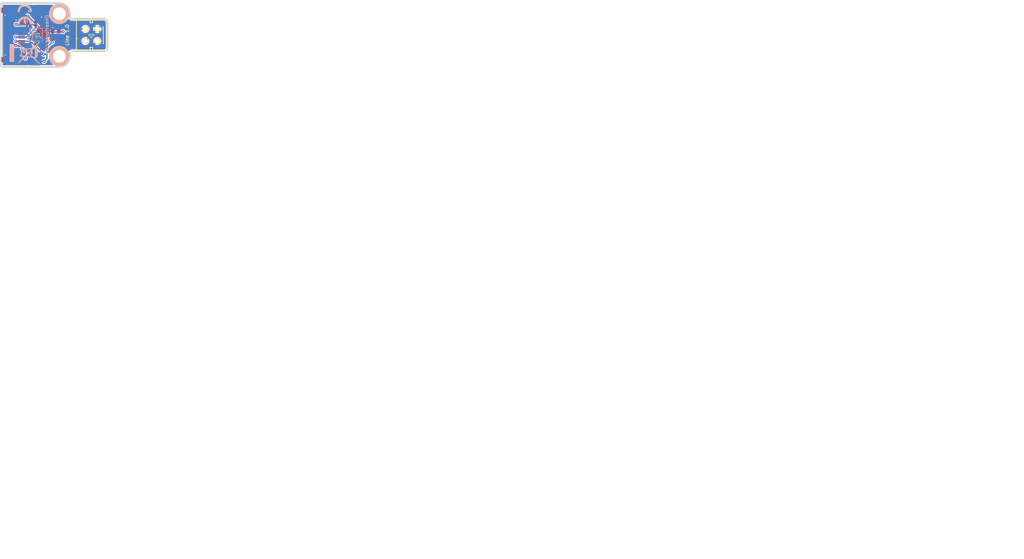
<source format=kicad_pcb>
(kicad_pcb (version 4) (host pcbnew 4.0.2+dfsg1-stable)
  (title_block (title "Line Bricklet") (rev 1.0) (company "Tinkerforge GmbH") (comment 1 "Licensed under CERN OHL v.1.1") (comment 2 "Copyright (©) 2013, B.Nordmeyer <bastian@tinkerforge.com>"))
  (layers (0 Vorderseite signal) (31 Rückseite signal hide) (34 B.Paste user) (35 F.Paste user) (36 B.SilkS user hide) (37 F.SilkS user) (38 B.Mask user) (39 F.Mask user) (44 Edge.Cuts user))
  (net 0 "")
  (net 1 +5V)
  (net 2 GND)
  (net 3 SCL)
  (net 4 SDA)
  (net 5 VCC)
  (net 6 "Net-(P1-Pad6)")
  (net 7 "Net-(P1-Pad7)")
  (net 8 "Net-(P1-Pad8)")
  (net 9 "Net-(P1-Pad9)")
  (net 10 "Net-(P1-Pad10)")
  (net 11 "Net-(Q1-PadD)")
  (net 12 "Net-(R1-Pad2)")
  (net 13 "Net-(RP1-Pad2)")
  (net 14 "Net-(RP1-Pad3)")
  (net 15 "Net-(U1-Pad7)")
  (module Logo_31x31m (layer Rückseite) (at 49.55 43.85 90)
    (fp_text reference G*** hide)
    (fp_text value LOGO hide)
  )
  (module kicad-libraries:WEEE_7mm (layer Rückseite) (at 48.5 46.5 90)
    (fp_text reference VAL hide)
    (fp_text value WEEE_7mm hide)
  )
  (module kicad-libraries:CE_5mm (layer Rückseite) (at 48.5 37.5 270)
    (fp_text reference VAL hide)
    (fp_text value CE_5mm hide)
  )
  (module C0603 (layer Vorderseite) (at 55.05 42.3 90)
    (fp_text reference C1)
    (fp_text value 100nF)
    (pad 1 smd rect (at -0.8001 0 90) (size 0.8001 0.8001) (layers Vorderseite F.Paste F.Mask) (net 5 VCC))
    (pad 2 smd rect (at 0.8001 0 90) (size 0.8001 0.8001) (layers Vorderseite F.Paste F.Mask) (net 2 GND))
  )
  (module CON-SENSOR (layer Vorderseite) (at 43 42.3 270)
    (fp_text reference P1)
    (fp_text value CON-SENSOR)
    (pad 1 smd rect (at -4.50088 -4.7752 270) (size 0.59944 1.5494) (layers Vorderseite F.Paste F.Mask) (net 1 +5V))
    (pad 2 smd rect (at -3.50012 -4.7752 270) (size 0.59944 1.5494) (layers Vorderseite F.Paste F.Mask) (net 2 GND))
    (pad 3 smd rect (at -2.49936 -4.7752 270) (size 0.59944 1.5494) (layers Vorderseite F.Paste F.Mask) (net 5 VCC))
    (pad 4 smd rect (at -1.50114 -4.7752 270) (size 0.59944 1.5494) (layers Vorderseite F.Paste F.Mask) (net 3 SCL))
    (pad 5 smd rect (at -0.50038 -4.7752 270) (size 0.59944 1.5494) (layers Vorderseite F.Paste F.Mask) (net 4 SDA))
    (pad 6 smd rect (at 0.50038 -4.7752 270) (size 0.59944 1.5494) (layers Vorderseite F.Paste F.Mask) (net 6 "Net-(P1-Pad6)"))
    (pad 7 smd rect (at 1.50114 -4.7752 270) (size 0.59944 1.5494) (layers Vorderseite F.Paste F.Mask) (net 7 "Net-(P1-Pad7)"))
    (pad 8 smd rect (at 2.49936 -4.7752 270) (size 0.59944 1.5494) (layers Vorderseite F.Paste F.Mask) (net 8 "Net-(P1-Pad8)"))
    (pad 9 smd rect (at 3.50012 -4.7752 270) (size 0.59944 1.5494) (layers Vorderseite F.Paste F.Mask) (net 9 "Net-(P1-Pad9)"))
    (pad 10 smd rect (at 4.50088 -4.7752 270) (size 0.59944 1.5494) (layers Vorderseite F.Paste F.Mask) (net 10 "Net-(P1-Pad10)"))
    (pad EP smd rect (at -5.79882 -0.89916 270) (size 1.19888 1.80086) (layers Vorderseite F.Paste F.Mask) (net 2 GND))
    (pad EP smd rect (at 5.79882 -0.89916 270) (size 1.19888 1.80086) (layers Vorderseite F.Paste F.Mask) (net 2 GND))
  )
  (module SOT23GDS (layer Vorderseite) (at 51.6 36.85 90)
    (fp_text reference Q1)
    (fp_text value 2N7002P)
    (pad S smd rect (at -0.889 -1.016 90) (size 0.9144 0.9144) (layers Vorderseite F.Paste F.Mask) (net 2 GND))
    (pad G smd rect (at 0.889 -1.016 90) (size 0.9144 0.9144) (layers Vorderseite F.Paste F.Mask) (net 8 "Net-(P1-Pad8)"))
    (pad D smd rect (at 0 1.016 90) (size 0.9144 0.9144) (layers Vorderseite F.Paste F.Mask) (net 11 "Net-(Q1-PadD)"))
  )
  (module R0603 (layer Vorderseite) (at 56.45 42.3 270)
    (fp_text reference R1)
    (fp_text value 100)
    (pad 1 smd rect (at -0.8001 0 270) (size 0.8001 0.8001) (layers Vorderseite F.Paste F.Mask) (net 1 +5V))
    (pad 2 smd rect (at 0.8001 0 270) (size 0.8001 0.8001) (layers Vorderseite F.Paste F.Mask) (net 12 "Net-(R1-Pad2)"))
  )
  (module 0603X4 (layer Vorderseite) (at 50.85 47.65)
    (fp_text reference RP1)
    (fp_text value 10k)
    (pad 1 smd rect (at 1.19888 -0.8509) (size 0.44958 0.89916) (layers Vorderseite F.Paste F.Mask) (net 7 "Net-(P1-Pad7)"))
    (pad 2 smd rect (at 0.39878 -0.8509) (size 0.44958 0.89916) (layers Vorderseite F.Paste F.Mask) (net 13 "Net-(RP1-Pad2)"))
    (pad 3 smd rect (at -0.39878 -0.8509) (size 0.44958 0.89916) (layers Vorderseite F.Paste F.Mask) (net 14 "Net-(RP1-Pad3)"))
    (pad 4 smd rect (at -1.19888 -0.8509) (size 0.44958 0.89916) (layers Vorderseite F.Paste F.Mask) (net 8 "Net-(P1-Pad8)"))
    (pad 5 smd rect (at -1.19888 0.8509) (size 0.44958 0.89916) (layers Vorderseite F.Paste F.Mask) (net 5 VCC))
    (pad 6 smd rect (at -0.39878 0.8509) (size 0.44958 0.89916) (layers Vorderseite F.Paste F.Mask) (net 5 VCC))
    (pad 7 smd rect (at 0.39878 0.8509) (size 0.44958 0.89916) (layers Vorderseite F.Paste F.Mask) (net 5 VCC))
    (pad 8 smd rect (at 1.19888 0.8509) (size 0.44958 0.89916) (layers Vorderseite F.Paste F.Mask) (net 5 VCC))
  )
  (module SOIC8 (layer Vorderseite) (at 51.7 42.3 180)
    (fp_text reference U1)
    (fp_text value M24C64)
    (pad 1 smd rect (at -1.90246 2.69748) (size 0.59944 1.5494) (layers Vorderseite F.Paste F.Mask) (net 2 GND))
    (pad 2 smd rect (at -0.63246 2.69748) (size 0.59944 1.5494) (layers Vorderseite F.Paste F.Mask) (net 2 GND))
    (pad 3 smd rect (at 0.63246 2.69748) (size 0.59944 1.5494) (layers Vorderseite F.Paste F.Mask) (net 6 "Net-(P1-Pad6)"))
    (pad 4 smd rect (at 1.90246 2.69748) (size 0.59944 1.5494) (layers Vorderseite F.Paste F.Mask) (net 2 GND))
    (pad 5 smd rect (at 1.90246 -2.69748 180) (size 0.59944 1.5494) (layers Vorderseite F.Paste F.Mask) (net 4 SDA))
    (pad 6 smd rect (at 0.63246 -2.69748 180) (size 0.59944 1.5494) (layers Vorderseite F.Paste F.Mask) (net 3 SCL))
    (pad 7 smd rect (at -0.63246 -2.69748 180) (size 0.59944 1.5494) (layers Vorderseite F.Paste F.Mask) (net 15 "Net-(U1-Pad7)"))
    (pad 8 smd rect (at -1.90246 -2.69748 180) (size 0.59944 1.5494) (layers Vorderseite F.Paste F.Mask) (net 5 VCC))
  )
  (module CNY70 (layer Vorderseite) (at 64.1 42.3)
    (fp_text reference U2 (at 0 0.5) (layer F.SilkS) (effects (font (size 0.3 0.3) (thickness 0.075))))
    (fp_text value CNY70 (at 0 0) (layer F.SilkS) (effects (font (size 0.3 0.3) (thickness 0.075))))
    (pad AN thru_hole circle (at -1.4 -1.4) (size 1.4 1.4) (drill 0.8) (layers *.Cu *.Mask F.SilkS) (net 12 "Net-(R1-Pad2)"))
    (pad CAT thru_hole circle (at -1.4 1.4) (size 1.4 1.4) (drill 0.8) (layers *.Cu *.Mask F.SilkS) (net 11 "Net-(Q1-PadD)"))
    (pad EM thru_hole circle (at 1.4 -1.4) (size 1.4 1.4) (drill 0.8) (layers *.Cu *.Mask F.SilkS) (net 2 GND))
    (pad COL thru_hole circle (at 1.4 1.4) (size 1.4 1.4) (drill 0.8) (layers *.Cu *.Mask F.SilkS) (net 7 "Net-(P1-Pad7)"))
  )
  (module DRILL_NP (layer Vorderseite) (at 56.6 47.3)
    (fp_text reference U3 hide)
    (fp_text value DRILL hide)
    (pad "" np_thru_hole circle (at 0 0) (size 2.99974 2.99974) (drill 2.99974) (layers *.Cu *.Mask F.SilkS) (clearance 0.89916))
  )
  (module DRILL_NP (layer Vorderseite) (at 56.6 37.3)
    (fp_text reference U4 hide)
    (fp_text value DRILL hide)
    (pad "" np_thru_hole circle (at 0 0) (size 2.99974 2.99974) (drill 2.99974) (layers *.Cu *.Mask F.SilkS) (clearance 0.89916))
  )
  (gr_arc (start 59.6 46.6) (end 59.1 46.6) (angle 90) (layer Edge.Cuts) (width 0.381))
  (gr_line (start 59.6 38.5) (end 67.1 38.5) (angle 90) (layer Edge.Cuts) (width 0.381))
  (gr_line (start 59.65 46.1) (end 67.1 46.1) (angle 90) (layer Edge.Cuts) (width 0.381))
  (gr_line (start 59.1 47.3) (end 59.1 46.6) (angle 90) (layer Edge.Cuts) (width 0.381))
  (gr_line (start 59.1 37.3) (end 59.1 38) (angle 90) (layer Edge.Cuts) (width 0.381))
  (gr_line (start 56.6 49.8) (end 43.4 49.8) (angle 90) (layer Edge.Cuts) (width 0.381))
  (gr_line (start 42.9 49.3) (end 42.9 35.3) (angle 90) (layer Edge.Cuts) (width 0.381))
  (gr_arc (start 43.4 49.3) (end 43.4 49.8) (angle 90) (layer Edge.Cuts) (width 0.381))
  (gr_line (start 56.6 34.8) (end 43.4 34.8) (angle 90) (layer Edge.Cuts) (width 0.381))
  (gr_arc (start 43.4 35.3) (end 42.9 35.3) (angle 90) (layer Edge.Cuts) (width 0.381))
  (gr_text tinkerforge.com (at 53.7 42.3 90) (layer B.SilkS) (effects (font (size 0.8 0.8)) (justify mirror)))
  (gr_arc (start 59.6 38) (end 59.1 38) (angle -90) (layer Edge.Cuts) (width 0.381))
  (gr_line (start 67.9 45.3) (end 67.9 39.3) (angle 90) (layer Edge.Cuts) (width 0.381))
  (gr_arc (start 67.1 45.3) (end 67.9 45.3) (angle 90) (layer Edge.Cuts) (width 0.381))
  (gr_arc (start 67.1 39.3) (end 67.1 38.5) (angle 90) (layer Edge.Cuts) (width 0.381))
  (gr_arc (start 56.6 47.3) (end 59.1 47.3) (angle 90) (layer Edge.Cuts) (width 0.381))
  (gr_arc (start 56.6 37.3) (end 56.6 34.8) (angle 90) (layer Edge.Cuts) (width 0.381))
  (gr_text "Line 1.0" (at 58.45 42.3 90) (layer F.SilkS) (effects (font (size 0.8 0.8))))
  (segment (start 47.7752 37.79912) (end 49.19912 37.79912) (width 0.29972) (layer Vorderseite) (net 1))
  (segment (start 57.4999 41.4999) (end 56.45 41.4999) (width 0.29972) (layer Vorderseite) (net 1))
  (segment (start 57.5 41.5) (end 57.4999 41.4999) (width 0.29972) (layer Vorderseite) (net 1))
  (via (at 57.5 41.5) (size 0.70104) (layers Vorderseite Rückseite) (net 1))
  (segment (start 57.4 41.6) (end 57.5 41.5) (width 0.29972) (layer Rückseite) (net 1))
  (segment (start 53 41.6) (end 57.4 41.6) (width 0.29972) (layer Rückseite) (net 1))
  (segment (start 49.2 37.8) (end 53 41.6) (width 0.29972) (layer Rückseite) (net 1))
  (via (at 49.2 37.8) (size 0.70104) (layers Vorderseite Rückseite) (net 1))
  (segment (start 49.19912 37.79912) (end 49.2 37.8) (width 0.29972) (layer Vorderseite) (net 1))
  (segment (start 65.5 40.9) (end 65.25 40.9) (width 0.29972) (layer Rückseite) (net 2))
  (via (at 60.75 43.1) (size 0.70104) (layers Vorderseite Rückseite) (net 2))
  (segment (start 61.55 42.3) (end 60.75 43.1) (width 0.29972) (layer Rückseite) (net 2))
  (segment (start 63.85 42.3) (end 61.55 42.3) (width 0.29972) (layer Rückseite) (net 2))
  (segment (start 65.25 40.9) (end 63.85 42.3) (width 0.29972) (layer Rückseite) (net 2))
  (segment (start 60.45 39.7) (end 64.3 39.7) (width 0.29972) (layer Rückseite) (net 2))
  (segment (start 64.3 39.7) (end 65.5 40.9) (width 0.29972) (layer Rückseite) (net 2))
  (segment (start 52.33246 39.60252) (end 52.33246 42.76754) (width 0.29972) (layer Vorderseite) (net 2))
  (via (at 52.15 42.95) (size 0.70104) (layers Vorderseite Rückseite) (net 2))
  (segment (start 52.33246 42.76754) (end 52.15 42.95) (width 0.29972) (layer Vorderseite) (net 2))
  (segment (start 49.79754 39.60252) (end 49.50252 39.60252) (width 0.29972) (layer Vorderseite) (net 2))
  (segment (start 49.50252 39.60252) (end 49.05 39.15) (width 0.29972) (layer Vorderseite) (net 2))
  (segment (start 49.4 36.75) (end 48.95 36.75) (width 0.29972) (layer Rückseite) (net 2))
  (segment (start 48.69988 38.79988) (end 47.7752 38.79988) (width 0.29972) (layer Vorderseite) (net 2))
  (segment (start 49.05 39.15) (end 48.69988 38.79988) (width 0.29972) (layer Vorderseite) (net 2))
  (via (at 49.05 39.15) (size 0.70104) (layers Vorderseite Rückseite) (net 2))
  (segment (start 48.4 38.5) (end 49.05 39.15) (width 0.29972) (layer Rückseite) (net 2))
  (segment (start 48.4 37.3) (end 48.4 38.5) (width 0.29972) (layer Rückseite) (net 2))
  (segment (start 48.95 36.75) (end 48.4 37.3) (width 0.29972) (layer Rückseite) (net 2))
  (segment (start 50.584 37.739) (end 50.389 37.739) (width 0.29972) (layer Vorderseite) (net 2))
  (segment (start 50.75 38.1) (end 52.45 38.1) (width 0.29972) (layer Rückseite) (net 2))
  (segment (start 49.4 36.75) (end 50.75 38.1) (width 0.29972) (layer Rückseite) (net 2))
  (via (at 49.4 36.75) (size 0.70104) (layers Vorderseite Rückseite) (net 2))
  (segment (start 50.389 37.739) (end 49.4 36.75) (width 0.29972) (layer Vorderseite) (net 2))
  (segment (start 53.60246 39.60252) (end 53.60246 39.00246) (width 0.29972) (layer Vorderseite) (net 2))
  (segment (start 52.7 38.1) (end 52.45 38.1) (width 0.29972) (layer Vorderseite) (net 2))
  (segment (start 53.60246 39.00246) (end 52.7 38.1) (width 0.29972) (layer Vorderseite) (net 2))
  (segment (start 52.33246 39.60252) (end 52.33246 38.21754) (width 0.29972) (layer Vorderseite) (net 2))
  (segment (start 54.85 40.5) (end 55.05 40.5) (width 0.29972) (layer Rückseite) (net 2))
  (segment (start 52.45 38.1) (end 54.85 40.5) (width 0.29972) (layer Rückseite) (net 2))
  (via (at 52.45 38.1) (size 0.70104) (layers Vorderseite Rückseite) (net 2))
  (segment (start 52.33246 38.21754) (end 52.45 38.1) (width 0.29972) (layer Vorderseite) (net 2))
  (segment (start 55.05 41.4999) (end 55.05 40.5) (width 0.29972) (layer Vorderseite) (net 2))
  (segment (start 59.9 40.25) (end 60.45 39.7) (width 0.29972) (layer Rückseite) (net 2))
  (segment (start 55.3 40.25) (end 59.9 40.25) (width 0.29972) (layer Rückseite) (net 2))
  (segment (start 55.05 40.5) (end 55.3 40.25) (width 0.29972) (layer Rückseite) (net 2))
  (via (at 55.05 40.5) (size 0.70104) (layers Vorderseite Rückseite) (net 2))
  (segment (start 43.9 37.75) (end 43.9 46.95) (width 0.29972) (layer Rückseite) (net 2))
  (segment (start 43.89916 46.95084) (end 43.89916 48.09882) (width 0.29972) (layer Vorderseite) (net 2))
  (segment (start 43.9 46.95) (end 43.89916 46.95084) (width 0.29972) (layer Vorderseite) (net 2))
  (via (at 43.9 46.95) (size 0.70104) (layers Vorderseite Rückseite) (net 2))
  (segment (start 47.7752 38.79988) (end 46.50012 38.79988) (width 0.29972) (layer Vorderseite) (net 2))
  (segment (start 46.50012 38.79988) (end 46.5 38.8) (width 0.29972) (layer Vorderseite) (net 2))
  (via (at 46.5 38.8) (size 0.70104) (layers Vorderseite Rückseite) (net 2))
  (segment (start 46.5 38.8) (end 45.45 37.75) (width 0.29972) (layer Rückseite) (net 2))
  (segment (start 45.45 37.75) (end 43.9 37.75) (width 0.29972) (layer Rückseite) (net 2))
  (segment (start 43.89916 37.74916) (end 43.89916 36.50118) (width 0.29972) (layer Vorderseite) (net 2))
  (segment (start 43.9 37.75) (end 43.89916 37.74916) (width 0.29972) (layer Vorderseite) (net 2))
  (via (at 43.9 37.75) (size 0.70104) (layers Vorderseite Rückseite) (net 2))
  (segment (start 47.7752 40.79886) (end 48.99886 40.79886) (width 0.29972) (layer Vorderseite) (net 3))
  (segment (start 51.06754 42.86754) (end 51.06754 44.99748) (width 0.29972) (layer Vorderseite) (net 3))
  (segment (start 48.99886 40.79886) (end 51.06754 42.86754) (width 0.29972) (layer Vorderseite) (net 3))
  (segment (start 49.79754 44.99748) (end 49.79754 42.79754) (width 0.29972) (layer Vorderseite) (net 4))
  (segment (start 48.79962 41.79962) (end 47.7752 41.79962) (width 0.29972) (layer Vorderseite) (net 4))
  (segment (start 49.79754 42.79754) (end 48.79962 41.79962) (width 0.29972) (layer Vorderseite) (net 4))
  (segment (start 52.04888 48.5009) (end 52.9991 48.5009) (width 0.29972) (layer Vorderseite) (net 5))
  (segment (start 53.7 45.2) (end 54.95 43.95) (width 0.29972) (layer Rückseite) (net 5))
  (segment (start 53.7 47.8) (end 53.7 45.2) (width 0.29972) (layer Rückseite) (net 5))
  (segment (start 53 48.5) (end 53.7 47.8) (width 0.29972) (layer Rückseite) (net 5))
  (via (at 53 48.5) (size 0.70104) (layers Vorderseite Rückseite) (net 5))
  (segment (start 52.9991 48.5009) (end 53 48.5) (width 0.29972) (layer Vorderseite) (net 5))
  (segment (start 51.24878 48.5009) (end 51.24878 48.99878) (width 0.29972) (layer Vorderseite) (net 5))
  (segment (start 51.24878 48.99878) (end 51.5 49.25) (width 0.29972) (layer Vorderseite) (net 5))
  (segment (start 50.45122 48.5009) (end 50.45122 49.25) (width 0.29972) (layer Vorderseite) (net 5))
  (segment (start 50.45122 49.25) (end 50.45 49.25) (width 0.29972) (layer Vorderseite) (net 5))
  (segment (start 49.65112 48.5009) (end 49.65112 49.14888) (width 0.29972) (layer Vorderseite) (net 5))
  (segment (start 52.04888 49.05112) (end 52.04888 48.5009) (width 0.29972) (layer Vorderseite) (net 5))
  (segment (start 51.85 49.25) (end 52.04888 49.05112) (width 0.29972) (layer Vorderseite) (net 5))
  (segment (start 49.75224 49.25) (end 50.45 49.25) (width 0.29972) (layer Vorderseite) (net 5))
  (segment (start 50.45 49.25) (end 51.5 49.25) (width 0.29972) (layer Vorderseite) (net 5))
  (segment (start 51.5 49.25) (end 51.85 49.25) (width 0.29972) (layer Vorderseite) (net 5))
  (segment (start 49.65112 49.14888) (end 49.75224 49.25) (width 0.29972) (layer Vorderseite) (net 5))
  (segment (start 55.05 43.1001) (end 55.05 43.85) (width 0.29972) (layer Vorderseite) (net 5))
  (segment (start 55.05 43.85) (end 54.95 43.95) (width 0.29972) (layer Vorderseite) (net 5))
  (via (at 54.95 43.95) (size 0.70104) (layers Vorderseite Rückseite) (net 5))
  (segment (start 46.50064 39.80064) (end 47.7752 39.80064) (width 0.29972) (layer Vorderseite) (net 5))
  (segment (start 54.95 43.95) (end 53.25 42.25) (width 0.29972) (layer Rückseite) (net 5))
  (segment (start 53.25 42.25) (end 52.9 42.25) (width 0.29972) (layer Rückseite) (net 5))
  (segment (start 52.9 42.25) (end 50.55 39.9) (width 0.29972) (layer Rückseite) (net 5))
  (segment (start 50.55 39.9) (end 46.6 39.9) (width 0.29972) (layer Rückseite) (net 5))
  (segment (start 46.6 39.9) (end 46.5 39.8) (width 0.29972) (layer Rückseite) (net 5))
  (via (at 46.5 39.8) (size 0.70104) (layers Vorderseite Rückseite) (net 5))
  (segment (start 46.5 39.8) (end 46.50064 39.80064) (width 0.29972) (layer Vorderseite) (net 5))
  (segment (start 55.05 43.1001) (end 53.9499 43.1001) (width 0.29972) (layer Vorderseite) (net 5))
  (segment (start 53.60246 43.44754) (end 53.60246 44.99748) (width 0.29972) (layer Vorderseite) (net 5))
  (segment (start 53.9499 43.1001) (end 53.60246 43.44754) (width 0.29972) (layer Vorderseite) (net 5))
  (segment (start 51.06754 39.60252) (end 51.06754 40.63246) (width 0.29972) (layer Vorderseite) (net 6))
  (segment (start 46.40038 42.80038) (end 47.7752 42.80038) (width 0.29972) (layer Vorderseite) (net 6))
  (segment (start 46.4 42.8) (end 46.40038 42.80038) (width 0.29972) (layer Vorderseite) (net 6))
  (via (at 46.4 42.8) (size 0.70104) (layers Vorderseite Rückseite) (net 6))
  (segment (start 48.9 42.8) (end 46.4 42.8) (width 0.29972) (layer Rückseite) (net 6))
  (segment (start 50.65 41.05) (end 48.9 42.8) (width 0.29972) (layer Rückseite) (net 6))
  (via (at 50.65 41.05) (size 0.70104) (layers Vorderseite Rückseite) (net 6))
  (segment (start 51.06754 40.63246) (end 50.65 41.05) (width 0.29972) (layer Vorderseite) (net 6))
  (segment (start 58.3 45) (end 64.2 45) (width 0.29972) (layer Vorderseite) (net 7))
  (segment (start 64.2 45) (end 65.5 43.7) (width 0.29972) (layer Vorderseite) (net 7))
  (segment (start 53.4 46.8) (end 52.9 46.8) (width 0.29972) (layer Vorderseite) (net 7))
  (segment (start 55.75 44.45) (end 53.4 46.8) (width 0.29972) (layer Vorderseite) (net 7))
  (segment (start 57.75 44.45) (end 55.75 44.45) (width 0.29972) (layer Vorderseite) (net 7))
  (segment (start 58.3 45) (end 57.75 44.45) (width 0.29972) (layer Vorderseite) (net 7))
  (segment (start 52.04888 46.7991) (end 52.8991 46.7991) (width 0.29972) (layer Vorderseite) (net 7))
  (segment (start 46.45114 43.80114) (end 47.7752 43.80114) (width 0.29972) (layer Vorderseite) (net 7))
  (segment (start 46.4 43.75) (end 46.45114 43.80114) (width 0.29972) (layer Vorderseite) (net 7))
  (via (at 46.4 43.75) (size 0.70104) (layers Vorderseite Rückseite) (net 7))
  (segment (start 49.85 43.75) (end 46.4 43.75) (width 0.29972) (layer Rückseite) (net 7))
  (segment (start 52.9 46.8) (end 49.85 43.75) (width 0.29972) (layer Rückseite) (net 7))
  (via (at 52.9 46.8) (size 0.70104) (layers Vorderseite Rückseite) (net 7))
  (segment (start 52.8991 46.7991) (end 52.9 46.8) (width 0.29972) (layer Vorderseite) (net 7))
  (segment (start 50.584 35.961) (end 46.839 35.961) (width 0.29972) (layer Vorderseite) (net 8))
  (segment (start 44.7 43.1) (end 46.4 44.8) (width 0.29972) (layer Vorderseite) (net 8))
  (segment (start 44.7 38.1) (end 44.7 43.1) (width 0.29972) (layer Vorderseite) (net 8))
  (segment (start 46.839 35.961) (end 44.7 38.1) (width 0.29972) (layer Vorderseite) (net 8))
  (segment (start 49.65112 46.7991) (end 49.6009 46.7991) (width 0.29972) (layer Vorderseite) (net 8))
  (segment (start 46.40064 44.79936) (end 47.7752 44.79936) (width 0.29972) (layer Vorderseite) (net 8))
  (segment (start 46.4 44.8) (end 46.40064 44.79936) (width 0.29972) (layer Vorderseite) (net 8))
  (via (at 46.4 44.8) (size 0.70104) (layers Vorderseite Rückseite) (net 8))
  (segment (start 47.3 44.8) (end 46.4 44.8) (width 0.29972) (layer Rückseite) (net 8))
  (segment (start 48.6 46.1) (end 47.3 44.8) (width 0.29972) (layer Rückseite) (net 8))
  (segment (start 48.6 47.7) (end 48.6 46.1) (width 0.29972) (layer Rückseite) (net 8))
  (segment (start 48.65 47.75) (end 48.6 47.7) (width 0.29972) (layer Rückseite) (net 8))
  (via (at 48.65 47.75) (size 0.70104) (layers Vorderseite Rückseite) (net 8))
  (segment (start 49.6009 46.7991) (end 48.65 47.75) (width 0.29972) (layer Vorderseite) (net 8))
  (segment (start 62.05 39.5) (end 63.3 39.5) (width 0.29972) (layer Vorderseite) (net 11))
  (segment (start 64.05 42.35) (end 62.7 43.7) (width 0.29972) (layer Vorderseite) (net 11))
  (segment (start 64.05 40.25) (end 64.05 42.35) (width 0.29972) (layer Vorderseite) (net 11))
  (segment (start 63.3 39.5) (end 64.05 40.25) (width 0.29972) (layer Vorderseite) (net 11))
  (segment (start 52.616 36.85) (end 53.15 36.85) (width 0.29972) (layer Vorderseite) (net 11))
  (segment (start 60.65 39.5) (end 62.05 39.5) (width 0.29972) (layer Vorderseite) (net 11))
  (segment (start 60.1 40.05) (end 60.65 39.5) (width 0.29972) (layer Vorderseite) (net 11))
  (segment (start 55.65 40.05) (end 60.1 40.05) (width 0.29972) (layer Vorderseite) (net 11))
  (segment (start 53.85 38.25) (end 55.65 40.05) (width 0.29972) (layer Vorderseite) (net 11))
  (segment (start 53.85 37.55) (end 53.85 38.25) (width 0.29972) (layer Vorderseite) (net 11))
  (segment (start 53.15 36.85) (end 53.85 37.55) (width 0.29972) (layer Vorderseite) (net 11))
  (segment (start 61.25 40.9) (end 62.7 40.9) (width 0.29972) (layer Vorderseite) (net 12))
  (segment (start 59.0499 43.1001) (end 61.25 40.9) (width 0.29972) (layer Vorderseite) (net 12))
  (segment (start 56.45 43.1001) (end 59.0499 43.1001) (width 0.29972) (layer Vorderseite) (net 12))
  (zone (net 2) (net_name GND) (layer Vorderseite) (connect_pads (clearance 0.24892)) (min_thickness 0.24892) (fill (arc_segments 16) (thermal_gap 0.29972) (thermal_bridge_width 0.29972))
    (polygon (pts (xy 42.9 34.8) (xy 59.1 34.8) (xy 59.1 38.5) (xy 67.9 38.5) (xy 67.9 46.1) (xy 59.1 46.1) (xy 59.1 49.8) (xy 42.9 49.8)))
  )
  (zone (net 2) (net_name GND) (layer Rückseite) (connect_pads (clearance 0.24892)) (min_thickness 0.24892) (fill (arc_segments 16) (thermal_gap 0.29972) (thermal_bridge_width 0.29972))
    (polygon (pts (xy 42.9 49.8) (xy 42.9 34.8) (xy 59.1 34.8) (xy 59.1 38.5) (xy 67.9 38.5) (xy 67.9 46.1) (xy 59.1 46.1) (xy 59.1 49.8)))
  )
)
</source>
